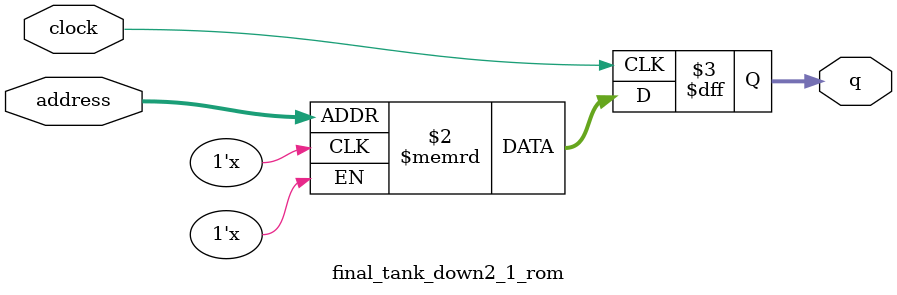
<source format=sv>
module final_tank_down2_1_rom (
	input logic clock,
	input logic [9:0] address,
	output logic [3:0] q
);

logic [3:0] memory [0:1023] /* synthesis ram_init_file = "./final_tank_down2_1/final_tank_down2_1.mif" */;

always_ff @ (posedge clock) begin
	q <= memory[address];
end

endmodule

</source>
